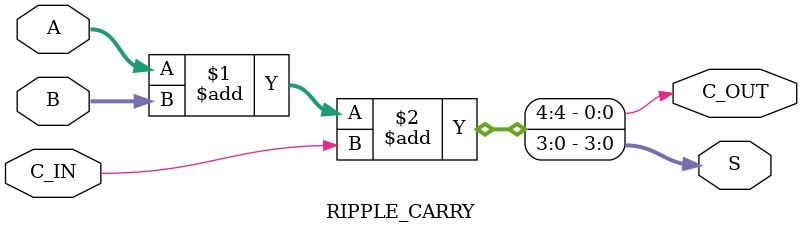
<source format=v>

module RIPPLE_CARRY (
    input         wire         [3:0]           A          ,
    input         wire         [3:0]           B          ,
    input         wire                         C_IN       ,
    output        wire         [3:0]           S          ,
    output        wire                         C_OUT
);


assign { C_OUT , S } = A + B + C_IN ;

endmodule


</source>
